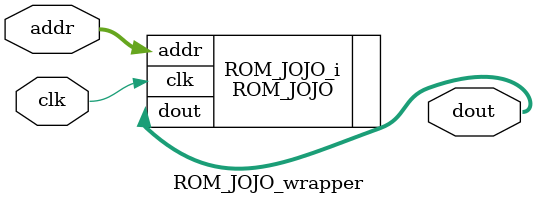
<source format=v>
`timescale 1 ps / 1 ps

module ROM_JOJO_wrapper
   (addr,
    clk,
    dout);
  input [13:0]addr;
  input clk;
  output [11:0]dout;

  wire [13:0]addr;
  wire clk;
  wire [11:0]dout;

  ROM_JOJO ROM_JOJO_i
       (.addr(addr),
        .clk(clk),
        .dout(dout));
endmodule

</source>
